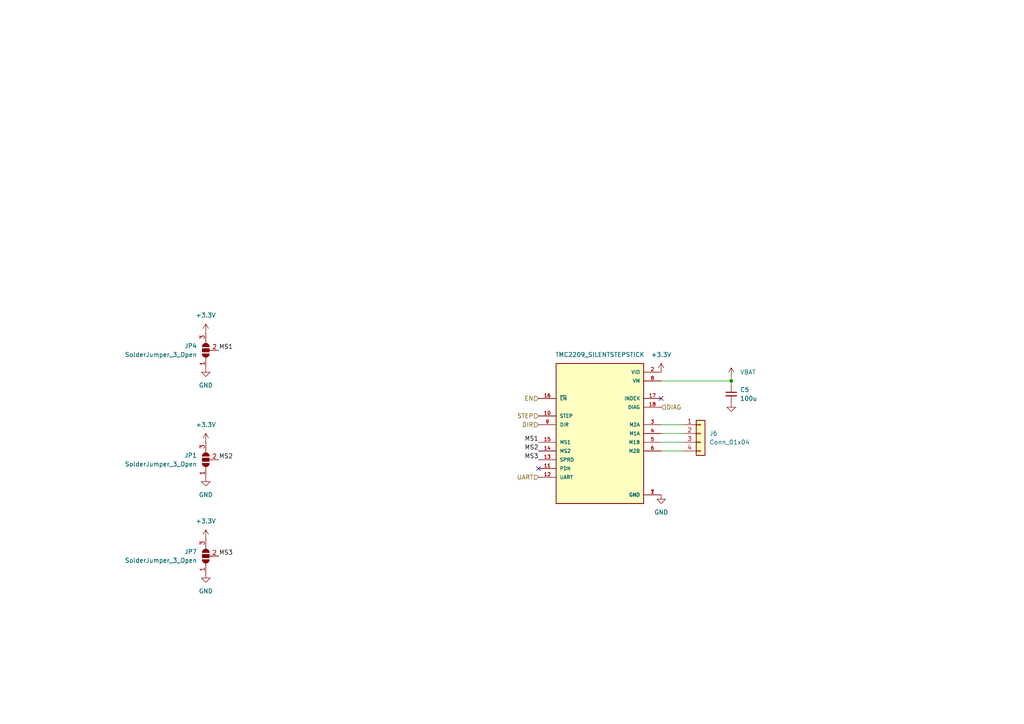
<source format=kicad_sch>
(kicad_sch (version 20231120) (generator "eeschema") (generator_version "8.0")
  (paper "A4")
  (lib_symbols
    (symbol "Connector_Generic:Conn_01x04" (pin_names (offset 1.016) hide)
      (property "Reference" "J" (at 0 5.08 0))
      (property "Value" "Conn_01x04" (at 0 -7.62 0))
      (symbol "Conn_01x04_1_1"
        (rectangle (start -1.27 -4.953) (end 0 -5.207) (stroke (width 0.1524)))
        (rectangle (start -1.27 -2.413) (end 0 -2.667) (stroke (width 0.1524)))
        (rectangle (start -1.27 0.127) (end 0 -0.127) (stroke (width 0.1524)))
        (rectangle (start -1.27 2.667) (end 0 2.413) (stroke (width 0.1524)))
        (rectangle (start -1.27 3.81) (end 1.27 -6.35) (stroke (width 0.254)) (fill (type background)))
        (pin passive line (at -5.08 2.54 0) (length 3.81) (name "Pin_1") (number "1"))
        (pin passive line (at -5.08 0 0) (length 3.81) (name "Pin_2") (number "2"))
        (pin passive line (at -5.08 -2.54 0) (length 3.81) (name "Pin_3") (number "3"))
        (pin passive line (at -5.08 -5.08 0) (length 3.81) (name "Pin_4") (number "4"))
      )
    )
    (symbol "Device:C_Small" (pin_numbers hide) (pin_names (offset 0.254) hide)
      (property "Reference" "C" (at 0.254 1.778 0))
      (property "Value" "C_Small" (at 0.254 -2.032 0))
      (symbol "C_Small_0_1"
        (polyline (pts (xy -1.524 -0.508) (xy 1.524 -0.508)) (stroke (width 0.3302)))
        (polyline (pts (xy -1.524 0.508) (xy 1.524 0.508)) (stroke (width 0.3048)))
      )
      (symbol "C_Small_1_1"
        (pin passive line (at 0 2.54 270) (length 2.032) (name "~") (number "1"))
        (pin passive line (at 0 -2.54 90) (length 2.032) (name "~") (number "2"))
      )
    )
    (symbol "Jumper:SolderJumper_3_Open" (pin_names (offset 0) hide) (exclude_from_sim yes) (in_bom no)
      (property "Reference" "JP" (at -2.54 -2.54 0))
      (property "Value" "SolderJumper_3_Open" (at 0 2.794 0))
      (symbol "SolderJumper_3_Open_0_1"
        (arc (start -1.016 1.016) (mid -2.0276 0) (end -1.016 -1.016))
        (arc (start -1.016 1.016) (mid -2.0276 0) (end -1.016 -1.016) (fill (type outline)))
        (rectangle (start -0.508 1.016) (end 0.508 -1.016) (fill (type outline)))
        (polyline (pts (xy -2.54 0) (xy -2.032 0)))
        (polyline (pts (xy -1.016 1.016) (xy -1.016 -1.016)))
        (polyline (pts (xy 0 -1.27) (xy 0 -1.016)))
        (polyline (pts (xy 1.016 1.016) (xy 1.016 -1.016)))
        (polyline (pts (xy 2.54 0) (xy 2.032 0)))
        (arc (start 1.016 -1.016) (mid 2.0276 0) (end 1.016 1.016))
        (arc (start 1.016 -1.016) (mid 2.0276 0) (end 1.016 1.016) (fill (type outline)))
      )
      (symbol "SolderJumper_3_Open_1_1"
        (pin passive line (at -5.08 0 0) (length 2.54) (name "A") (number "1"))
        (pin passive line (at 0 -3.81 90) (length 2.54) (name "C") (number "2"))
        (pin passive line (at 5.08 0 180) (length 2.54) (name "B") (number "3"))
      )
    )
    (symbol "TMC2209_SILENTSTEPSTICK:TMC2209_SILENTSTEPSTICK" (pin_names (offset 1.016))
      (property "Reference" "U" (at -12.7 22.86 0))
      (property "Value" "TMC2209_SILENTSTEPSTICK" (at -12.7 -22.86 0))
      (symbol "TMC2209_SILENTSTEPSTICK_0_0"
        (rectangle (start -12.7 -20.32) (end 12.7 20.32) (stroke (width 0.254)) (fill (type background)))
        (pin power_in line (at 17.78 -17.78 180) (length 5.08) (name "GND") (number "1"))
        (pin input line (at -17.78 5.08 0) (length 5.08) (name "STEP") (number "10"))
        (pin bidirectional line (at -17.78 -10.16 0) (length 5.08) (name "PDN") (number "11"))
        (pin bidirectional line (at -17.78 -12.7 0) (length 5.08) (name "UART") (number "12"))
        (pin input line (at -17.78 -7.62 0) (length 5.08) (name "SPRD") (number "13"))
        (pin input line (at -17.78 -5.08 0) (length 5.08) (name "MS2") (number "14"))
        (pin input line (at -17.78 -2.54 0) (length 5.08) (name "MS1") (number "15"))
        (pin input line (at -17.78 10.16 0) (length 5.08) (name "~{EN}") (number "16"))
        (pin output line (at 17.78 10.16 180) (length 5.08) (name "INDEX") (number "17"))
        (pin output line (at 17.78 7.62 180) (length 5.08) (name "DIAG") (number "18"))
        (pin power_in line (at 17.78 17.78 180) (length 5.08) (name "VIO") (number "2"))
        (pin output line (at 17.78 0 180) (length 5.08) (name "M1A") (number "4"))
        (pin output line (at 17.78 -5.08 180) (length 5.08) (name "M2B") (number "6"))
        (pin power_in line (at 17.78 -17.78 180) (length 5.08) (name "GND") (number "7"))
        (pin power_in line (at 17.78 15.24 180) (length 5.08) (name "VM") (number "8"))
        (pin input line (at -17.78 2.54 0) (length 5.08) (name "DIR") (number "9"))
      )
      (symbol "TMC2209_SILENTSTEPSTICK_1_0"
        (pin output line (at 17.78 2.54 180) (length 5.08) (name "M2A") (number "3"))
        (pin output line (at 17.78 -2.54 180) (length 5.08) (name "M1B") (number "5"))
      )
    )
    (symbol "power:+3.3V" (power) (pin_numbers hide) (pin_names (offset 0) hide)
      (property "Value" "+3.3V" (at 0 3.556 0))
      (symbol "+3.3V_0_1"
        (polyline (pts (xy -0.762 1.27) (xy 0 2.54)))
        (polyline (pts (xy 0 0) (xy 0 2.54)))
        (polyline (pts (xy 0 2.54) (xy 0.762 1.27)))
      )
      (symbol "+3.3V_1_1"
        (pin power_in line (at 0 0 90) (length 0) (name "~") (number "1"))
      )
    )
    (symbol "power:GND" (power) (pin_numbers hide) (pin_names (offset 0) hide)
      (property "Value" "GND" (at 0 -3.81 0))
      (symbol "GND_0_1"
        (polyline (pts (xy 0 0) (xy 0 -1.27) (xy 1.27 -1.27) (xy 0 -2.54) (xy -1.27 -1.27) (xy 0 -1.27)))
      )
      (symbol "GND_1_1"
        (pin power_in line (at 0 0 270) (length 0) (name "~") (number "1"))
      )
    )
    (symbol "power:VD" (power) (pin_numbers hide) (pin_names (offset 0) hide)
      (property "Value" "VD" (at 0 3.556 0))
      (symbol "VD_0_1"
        (polyline (pts (xy -0.762 1.27) (xy 0 2.54)))
        (polyline (pts (xy 0 0) (xy 0 2.54)))
        (polyline (pts (xy 0 2.54) (xy 0.762 1.27)))
      )
      (symbol "VD_1_1"
        (pin power_in line (at 0 0 90) (length 0) (name "~") (number "1"))
      )
    )
  )
  (junction (at 212.09 110.49))
  (no_connect (at 191.77 115.57))
  (no_connect (at 156.21 135.89))
  (wire (pts (xy 191.77 125.73) (xy 198.12 125.73)))
  (wire (pts (xy 212.09 109.22) (xy 212.09 110.49)))
  (wire (pts (xy 212.09 110.49) (xy 212.09 111.76)))
  (wire (pts (xy 191.77 123.19) (xy 198.12 123.19)))
  (wire (pts (xy 191.77 130.81) (xy 198.12 130.81)))
  (wire (pts (xy 191.77 128.27) (xy 198.12 128.27)))
  (wire (pts (xy 191.77 110.49) (xy 212.09 110.49)))
  (label "MS1" (at 63.5 101.6 0))
  (label "MS2" (at 63.5 133.35 0))
  (label "MS1" (at 156.21 128.27 180))
  (label "MS3" (at 63.5 161.29 0))
  (label "MS2" (at 156.21 130.81 180))
  (label "MS3" (at 156.21 133.35 180))
  (hierarchical_label "DIR" (shape input) (at 156.21 123.19 180))
  (hierarchical_label "STEP" (shape input) (at 156.21 120.65 180))
  (hierarchical_label "EN" (shape input) (at 156.21 115.57 180))
  (hierarchical_label "UART" (shape input) (at 156.21 138.43 180))
  (hierarchical_label "DIAG" (shape input) (at 191.77 118.11 0))
  (symbol (lib_id "power:+3.3V") (at 191.77 107.95 0) (unit 1)
    (property "Reference" "#PWR050" (effects (hide yes)))
    (property "Value" "+3.3V" (at 191.77 102.87 0))
    (property "Description" "Power symbol creates a global label with name \"+3.3V\"" (effects (hide yes)))
    (instances (project "MB" (path "" (reference "#PWR050") (unit 1)) (path "" (reference "#PWR052") (unit 1)) (path "" (reference "#PWR051") (unit 1))))
  )
  (symbol (lib_id "power:+3.3V") (at 59.69 96.52 0) (unit 1)
    (property "Reference" "#PWR03" (effects (hide yes)))
    (property "Value" "+3.3V" (at 59.69 91.44 0))
    (property "Description" "Power symbol creates a global label with name \"+3.3V\"" (effects (hide yes)))
    (instances (project "MB" (path "" (reference "#PWR03") (unit 1)) (path "" (reference "#PWR028") (unit 1)) (path "" (reference "#PWR022") (unit 1))))
  )
  (symbol (lib_id "power:+3.3V") (at 59.69 156.21 0) (unit 1)
    (property "Reference" "#PWR023" (effects (hide yes)))
    (property "Value" "+3.3V" (at 59.69 151.13 0))
    (property "Description" "Power symbol creates a global label with name \"+3.3V\"" (effects (hide yes)))
    (instances (project "MB" (path "" (reference "#PWR023") (unit 1)) (path "" (reference "#PWR030") (unit 1)) (path "" (reference "#PWR025") (unit 1))))
  )
  (symbol (lib_id "Jumper:SolderJumper_3_Open") (at 59.69 133.35 90) (unit 1) (exclude_from_sim yes) (in_bom no)
    (property "Reference" "JP1" (at 57.15 132.0799 90) (effects (justify left)))
    (property "Value" "SolderJumper_3_Open" (at 57.15 134.6199 90) (effects (justify left)))
    (property "Footprint" "Jumper:SolderJumper-3_P1.3mm_Open_RoundedPad1.0x1.5mm" (effects (hide yes)))
    (property "Description" "Solder Jumper, 3-pole, open" (effects (hide yes)))
    (instances (project "" (path "" (reference "JP1") (unit 1)) (path "" (reference "JP3") (unit 1)) (path "" (reference "JP2") (unit 1))))
  )
  (symbol (lib_id "power:VD") (at 212.09 109.22 0) (unit 1)
    (property "Reference" "#PWR020" (effects (hide yes)))
    (property "Value" "VBAT" (at 214.63 107.9499 0) (effects (justify left)))
    (property "Description" "Power symbol creates a global label with name \"VD\"" (effects (hide yes)))
    (instances (project "MB" (path "" (reference "#PWR020") (unit 1)) (path "" (reference "#PWR048") (unit 1)) (path "" (reference "#PWR026") (unit 1))))
  )
  (symbol (lib_id "Device:C_Small") (at 212.09 114.3 0) (unit 1)
    (property "Reference" "C5" (at 214.63 113.0362 0) (effects (justify left)))
    (property "Value" "100u" (at 214.63 115.5762 0) (effects (justify left)))
    (property "Footprint" "Capacitor_THT:CP_Radial_D5.0mm_P2.00mm" (effects (hide yes)))
    (property "Description" "Unpolarized capacitor, small symbol" (effects (hide yes)))
    (instances (project "MB" (path "" (reference "C5") (unit 1)) (path "" (reference "C14") (unit 1)) (path "" (reference "C6") (unit 1))))
  )
  (symbol (lib_id "Jumper:SolderJumper_3_Open") (at 59.69 101.6 90) (unit 1) (exclude_from_sim yes) (in_bom no)
    (property "Reference" "JP4" (at 57.15 100.3299 90) (effects (justify left)))
    (property "Value" "SolderJumper_3_Open" (at 57.15 102.8699 90) (effects (justify left)))
    (property "Footprint" "Jumper:SolderJumper-3_P1.3mm_Open_RoundedPad1.0x1.5mm" (effects (hide yes)))
    (property "Description" "Solder Jumper, 3-pole, open" (effects (hide yes)))
    (instances (project "MB" (path "" (reference "JP4") (unit 1)) (path "" (reference "JP6") (unit 1)) (path "" (reference "JP5") (unit 1))))
  )
  (symbol (lib_id "power:GND") (at 59.69 166.37 0) (unit 1)
    (property "Reference" "#PWR024" (effects (hide yes)))
    (property "Value" "GND" (at 59.69 171.45 0))
    (property "Description" "Power symbol creates a global label with name \"GND\" , ground" (effects (hide yes)))
    (instances (project "MB" (path "" (reference "#PWR024") (unit 1)) (path "" (reference "#PWR032") (unit 1)) (path "" (reference "#PWR029") (unit 1))))
  )
  (symbol (lib_id "Jumper:SolderJumper_3_Open") (at 59.69 161.29 90) (unit 1) (exclude_from_sim yes) (in_bom no)
    (property "Reference" "JP7" (at 57.15 160.0199 90) (effects (justify left)))
    (property "Value" "SolderJumper_3_Open" (at 57.15 162.5599 90) (effects (justify left)))
    (property "Footprint" "Jumper:SolderJumper-3_P1.3mm_Open_RoundedPad1.0x1.5mm" (effects (hide yes)))
    (property "Description" "Solder Jumper, 3-pole, open" (effects (hide yes)))
    (instances (project "MB" (path "" (reference "JP7") (unit 1)) (path "" (reference "JP9") (unit 1)) (path "" (reference "JP8") (unit 1))))
  )
  (symbol (lib_id "power:GND") (at 191.77 143.51 0) (unit 1)
    (property "Reference" "#PWR056" (effects (hide yes)))
    (property "Value" "GND" (at 191.77 148.59 0))
    (property "Description" "Power symbol creates a global label with name \"GND\" , ground" (effects (hide yes)))
    (instances (project "MB" (path "" (reference "#PWR056") (unit 1)) (path "" (reference "#PWR058") (unit 1)) (path "" (reference "#PWR057") (unit 1))))
  )
  (symbol (lib_id "TMC2209_SILENTSTEPSTICK:TMC2209_SILENTSTEPSTICK") (at 173.99 125.73 0) (unit 1)
    (property "Reference" "U8" (effects (hide yes)))
    (property "Value" "TMC2209_SILENTSTEPSTICK" (at 173.99 102.87 0))
    (property "Footprint" "TMC2209_SILENTSTEPSTICK:MODULE_TMC2209_SILENTSTEPSTICK" (effects (hide yes)))
    (property "MF" "Trinamic Motion Control GmbH" (effects (hide yes)))
    (property "Description_1" "\n                        \n                            TMC2209 Motor Controller/Driver Power Management Evaluation Board\n                        \n" (effects (hide yes)))
    (property "Package" "None" (effects (hide yes)))
    (property "Price" "None" (effects (hide yes)))
    (property "Check_prices" "https://www.snapeda.com/parts/TMC2209%20SILENTSTEPSTICK/Trinamic/view-part/?ref=eda" (effects (hide yes)))
    (property "STANDARD" "Manufacturer Recommendations" (effects (hide yes)))
    (property "PARTREV" "1.20" (effects (hide yes)))
    (property "SnapEDA_Link" "https://www.snapeda.com/parts/TMC2209%20SILENTSTEPSTICK/Trinamic/view-part/?ref=snap" (effects (hide yes)))
    (property "MP" "TMC2209 SILENTSTEPSTICK" (effects (hide yes)))
    (property "MANUFACTURER" "Trinamic Motion Control GmbH" (effects (hide yes)))
    (property "Availability" "Not in stock" (effects (hide yes)))
    (property "SNAPEDA_PN" "TMC2209 SILENTSTEPSTICK" (effects (hide yes)))
    (instances (project "" (path "" (reference "U8") (unit 1)) (path "" (reference "U10") (unit 1)) (path "" (reference "U9") (unit 1))))
  )
  (symbol (lib_id "power:GND") (at 59.69 106.68 0) (unit 1)
    (property "Reference" "#PWR062" (effects (hide yes)))
    (property "Value" "GND" (at 59.69 111.76 0))
    (property "Description" "Power symbol creates a global label with name \"GND\" , ground" (effects (hide yes)))
    (instances (project "MB" (path "" (reference "#PWR062") (unit 1)) (path "" (reference "#PWR064") (unit 1)) (path "" (reference "#PWR063") (unit 1))))
  )
  (symbol (lib_id "power:+3.3V") (at 59.69 128.27 0) (unit 1)
    (property "Reference" "#PWR053" (effects (hide yes)))
    (property "Value" "+3.3V" (at 59.69 123.19 0))
    (property "Description" "Power symbol creates a global label with name \"+3.3V\"" (effects (hide yes)))
    (instances (project "MB" (path "" (reference "#PWR053") (unit 1)) (path "" (reference "#PWR055") (unit 1)) (path "" (reference "#PWR054") (unit 1))))
  )
  (symbol (lib_id "Connector_Generic:Conn_01x04") (at 203.2 125.73 0) (unit 1)
    (property "Reference" "J6" (at 205.74 125.7299 0) (effects (justify left)))
    (property "Value" "Conn_01x04" (at 205.74 128.2699 0) (effects (justify left)))
    (property "Footprint" "Connector_PinHeader_2.54mm:PinHeader_1x04_P2.54mm_Vertical" (effects (hide yes)))
    (property "Description" "Generic connector, single row, 01x04, script generated (kicad-library-utils/schlib/autogen/connector/)" (effects (hide yes)))
    (instances (project "MB" (path "" (reference "J6") (unit 1)) (path "" (reference "J10") (unit 1)) (path "" (reference "J8") (unit 1))))
  )
  (symbol (lib_id "power:GND") (at 212.09 116.84 0) (unit 1)
    (property "Reference" "#PWR021" (effects (hide yes)))
    (property "Value" "GND" (effects (hide yes)))
    (property "Description" "Power symbol creates a global label with name \"GND\" , ground" (effects (hide yes)))
    (instances (project "MB" (path "" (reference "#PWR021") (unit 1)) (path "" (reference "#PWR049") (unit 1)) (path "" (reference "#PWR027") (unit 1))))
  )
  (symbol (lib_id "power:GND") (at 59.69 138.43 0) (unit 1)
    (property "Reference" "#PWR059" (effects (hide yes)))
    (property "Value" "GND" (at 59.69 143.51 0))
    (property "Description" "Power symbol creates a global label with name \"GND\" , ground" (effects (hide yes)))
    (instances (project "MB" (path "" (reference "#PWR059") (unit 1)) (path "" (reference "#PWR061") (unit 1)) (path "" (reference "#PWR060") (unit 1))))
  )
)
</source>
